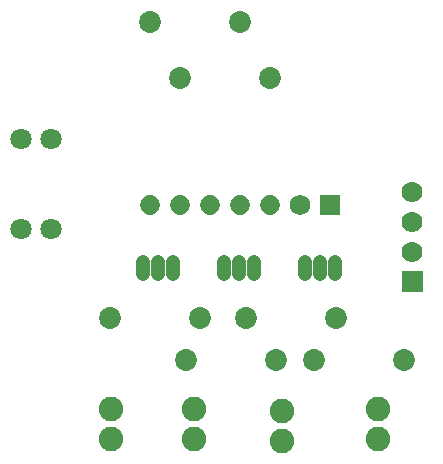
<source format=gbs>
G04 Layer: BottomSolderMaskLayer*
G04 EasyEDA v6.1.41, Thu, 16 May 2019 15:27:20 GMT*
G04 2d326a8386664dfebb0799a9ee8975a2,41c397309db345c68939c290f9bc7d8a,10*
G04 Gerber Generator version 0.2*
G04 Scale: 100 percent, Rotated: No, Reflected: No *
G04 Dimensions in millimeters *
G04 leading zeros omitted , absolute positions ,3 integer and 3 decimal *
%FSLAX33Y33*%
%MOMM*%
G90*
G71D02*

%ADD25C,1.727200*%
%ADD26C,1.203198*%
%ADD29C,1.778000*%
%ADD30C,1.803197*%
%ADD31C,2.082800*%
%ADD32C,1.854200*%

%LPD*%
G54D25*
G01X25273Y25692D02*
G01X25273Y25692D01*
G01X22733Y25692D02*
G01X22733Y25692D01*
G01X20193Y25692D02*
G01X20193Y25692D01*
G01X17653Y25692D02*
G01X17653Y25692D01*
G01X15113Y25692D02*
G01X15113Y25692D01*
G54D26*
G01X23876Y19858D02*
G01X23876Y20858D01*
G01X22606Y19858D02*
G01X22606Y20858D01*
G01X21336Y19858D02*
G01X21336Y20858D01*
G01X17018Y19858D02*
G01X17018Y20858D01*
G01X15748Y19858D02*
G01X15748Y20858D01*
G01X14478Y19858D02*
G01X14478Y20858D01*
G01X30734Y19858D02*
G01X30734Y20858D01*
G01X29464Y19858D02*
G01X29464Y20858D01*
G01X28194Y19858D02*
G01X28194Y20858D01*
G54D25*
G01X27813Y25692D03*
G36*
G01X29489Y24828D02*
G01X29489Y26555D01*
G01X31216Y26555D01*
G01X31216Y24828D01*
G01X29489Y24828D01*
G37*
G36*
G01X36408Y18326D02*
G01X36408Y20104D01*
G01X38186Y20104D01*
G01X38186Y18326D01*
G01X36408Y18326D01*
G37*
G54D29*
G01X37297Y21755D03*
G01X37297Y24295D03*
G01X37297Y26835D03*
G54D30*
G01X4191Y23660D03*
G01X6731Y23660D03*
G01X6731Y31280D03*
G01X4191Y31280D03*
G54D31*
G01X18796Y5880D03*
G01X18796Y8420D03*
G01X11811Y5880D03*
G01X11811Y8420D03*
G54D32*
G01X25781Y12611D03*
G01X18161Y12611D03*
G01X19304Y16167D03*
G01X11684Y16167D03*
G54D31*
G01X26289Y5753D03*
G01X26289Y8293D03*
G54D32*
G01X30861Y16167D03*
G01X23241Y16167D03*
G01X25273Y36487D03*
G01X17653Y36487D03*
G01X22733Y41186D03*
G01X15113Y41186D03*
G54D31*
G01X34417Y5880D03*
G01X34417Y8420D03*
G54D32*
G01X28956Y12611D03*
G01X36576Y12611D03*
M00*
M02*

</source>
